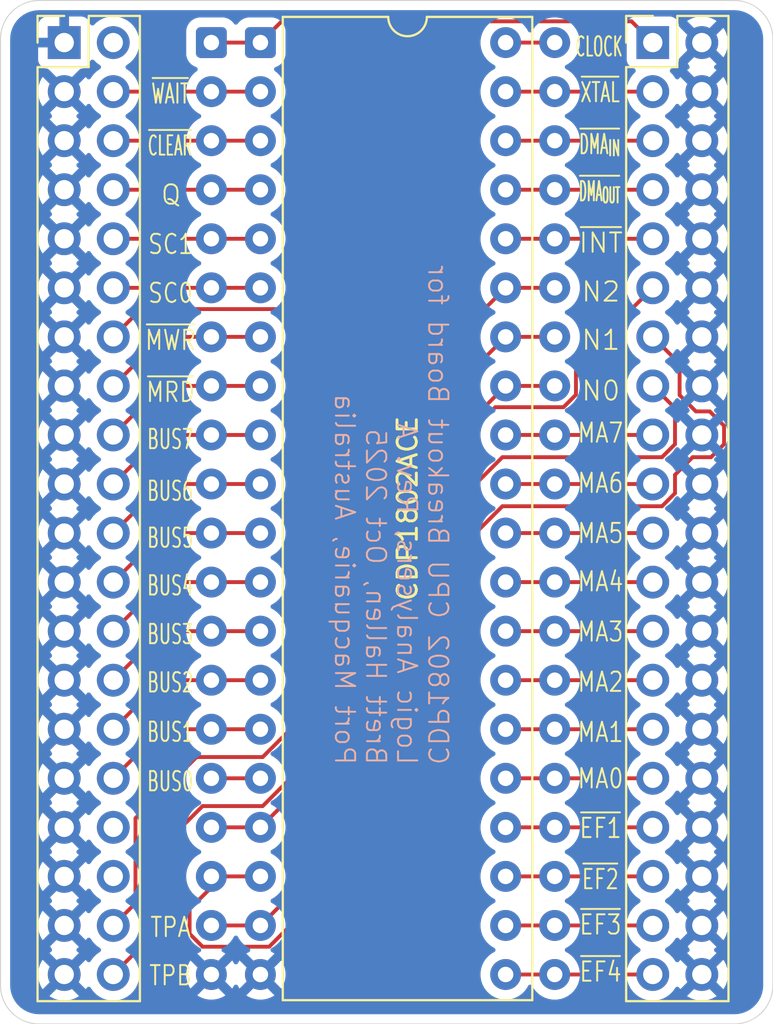
<source format=kicad_pcb>
(kicad_pcb (version 20241229) (generator "pcbnew") (generator_version "9.0")
  (title_block (title "CDP1802 CPU Breakout Board for Logic Analysers") (date "14/OCT/2025") (rev "A") (company "Brett Hallen") (comment 1 "www.youtube.com/@Brfff"))
  (layers (0 "F.Cu" signal) (2 "B.Cu" signal) (13 "F.Paste" user) (15 "B.Paste" user) (5 "F.SilkS" user "F.Silkscreen") (7 "B.SilkS" user "B.Silkscreen") (1 "F.Mask" user) (3 "B.Mask" user) (25 "Edge.Cuts" user))
  (net 0 "")
  (net 1 "MA2")
  (net 2 "MA1")
  (net 3 "MA0")
  (net 4 "MA3")
  (net 5 "MA7")
  (net 6 "MA5")
  (net 7 "MA6")
  (net 8 "MA4")
  (net 11 "~{EF4}")
  (net 12 "~{EF2}")
  (net 13 "~{EF3}")
  (net 14 "~{EF1}")
  (net 15 "GND")
  (net 16 "BUS0")
  (net 17 "BUS7")
  (net 18 "BUS1")
  (net 19 "BUS3")
  (net 20 "BUS4")
  (net 21 "BUS6")
  (net 22 "BUS2")
  (net 23 "BUS5")
  (net 24 "~{MRD}")
  (net 25 "~{WAIT}")
  (net 26 "~{MWR}")
  (net 27 "~{CLEAR}")
  (net 28 "Q")
  (net 29 "SC1")
  (net 30 "SC0")
  (net 31 "N2")
  (net 32 "N1")
  (net 33 "N0")
  (net 35 "~{DMA_{IN}}")
  (net 36 "~{XTAL}")
  (net 37 "CLOCK")
  (net 38 "~{DMA_{OUT}}")
  (net 39 "~{INT}")
  (net 40 "TPA")
  (net 41 "V_{CC}")
  (net 42 "TPB")
  (net 43 "V_{DD}")
  (footprint "Package_DIP:DIP-40_W15.24mm" (layer "F.Cu") (at 72.019 37.68195)
    (property "Reference" "J2" (hide yes))
    (property "Value" "CDP1802 Socket" (hide yes))
    (pad "1" thru_hole roundrect (at 0 0) (size 1.6 1.6) (drill 0.8) (layers "*.Cu" "*.Mask") (roundrect_rratio 0.15625) (net 37 "CLOCK"))
    (pad "2" thru_hole circle (at 0 2.54) (size 1.6 1.6) (drill 0.8) (layers "*.Cu" "*.Mask") (net 25 "~{WAIT}"))
    (pad "3" thru_hole circle (at 0 5.08) (size 1.6 1.6) (drill 0.8) (layers "*.Cu" "*.Mask") (net 27 "~{CLEAR}"))
    (pad "4" thru_hole circle (at 0 7.62) (size 1.6 1.6) (drill 0.8) (layers "*.Cu" "*.Mask") (net 28 "Q"))
    (pad "5" thru_hole circle (at 0 10.16) (size 1.6 1.6) (drill 0.8) (layers "*.Cu" "*.Mask") (net 29 "SC1"))
    (pad "6" thru_hole circle (at 0 12.7) (size 1.6 1.6) (drill 0.8) (layers "*.Cu" "*.Mask") (net 30 "SC0"))
    (pad "7" thru_hole circle (at 0 15.24) (size 1.6 1.6) (drill 0.8) (layers "*.Cu" "*.Mask") (net 24 "~{MRD}"))
    (pad "8" thru_hole circle (at 0 17.78) (size 1.6 1.6) (drill 0.8) (layers "*.Cu" "*.Mask") (net 17 "BUS7"))
    (pad "9" thru_hole circle (at 0 20.32) (size 1.6 1.6) (drill 0.8) (layers "*.Cu" "*.Mask") (net 21 "BUS6"))
    (pad "10" thru_hole circle (at 0 22.86) (size 1.6 1.6) (drill 0.8) (layers "*.Cu" "*.Mask") (net 23 "BUS5"))
    (pad "11" thru_hole circle (at 0 25.4) (size 1.6 1.6) (drill 0.8) (layers "*.Cu" "*.Mask") (net 20 "BUS4"))
    (pad "12" thru_hole circle (at 0 27.94) (size 1.6 1.6) (drill 0.8) (layers "*.Cu" "*.Mask") (net 19 "BUS3"))
    (pad "13" thru_hole circle (at 0 30.48) (size 1.6 1.6) (drill 0.8) (layers "*.Cu" "*.Mask") (net 22 "BUS2"))
    (pad "14" thru_hole circle (at 0 33.02) (size 1.6 1.6) (drill 0.8) (layers "*.Cu" "*.Mask") (net 18 "BUS1"))
    (pad "15" thru_hole circle (at 0 35.56) (size 1.6 1.6) (drill 0.8) (layers "*.Cu" "*.Mask") (net 16 "BUS0"))
    (pad "16" thru_hole circle (at 0 38.1) (size 1.6 1.6) (drill 0.8) (layers "*.Cu" "*.Mask") (net 41 "V_{CC}"))
    (pad "17" thru_hole circle (at 0 40.64) (size 1.6 1.6) (drill 0.8) (layers "*.Cu" "*.Mask") (net 31 "N2"))
    (pad "18" thru_hole circle (at 0 43.18) (size 1.6 1.6) (drill 0.8) (layers "*.Cu" "*.Mask") (net 32 "N1"))
    (pad "19" thru_hole circle (at 0 45.72) (size 1.6 1.6) (drill 0.8) (layers "*.Cu" "*.Mask") (net 33 "N0"))
    (pad "20" thru_hole circle (at 0 48.26) (size 1.6 1.6) (drill 0.8) (layers "*.Cu" "*.Mask") (net 15 "GND"))
    (pad "21" thru_hole circle (at 15.24 48.26) (size 1.6 1.6) (drill 0.8) (layers "*.Cu" "*.Mask") (net 11 "~{EF4}"))
    (pad "22" thru_hole circle (at 15.24 45.72) (size 1.6 1.6) (drill 0.8) (layers "*.Cu" "*.Mask") (net 13 "~{EF3}"))
    (pad "23" thru_hole circle (at 15.24 43.18) (size 1.6 1.6) (drill 0.8) (layers "*.Cu" "*.Mask") (net 12 "~{EF2}"))
    (pad "24" thru_hole circle (at 15.24 40.64) (size 1.6 1.6) (drill 0.8) (layers "*.Cu" "*.Mask") (net 14 "~{EF1}"))
    (pad "25" thru_hole circle (at 15.24 38.1) (size 1.6 1.6) (drill 0.8) (layers "*.Cu" "*.Mask") (net 3 "MA0"))
    (pad "26" thru_hole circle (at 15.24 35.56) (size 1.6 1.6) (drill 0.8) (layers "*.Cu" "*.Mask") (net 2 "MA1"))
    (pad "27" thru_hole circle (at 15.24 33.02) (size 1.6 1.6) (drill 0.8) (layers "*.Cu" "*.Mask") (net 1 "MA2"))
    (pad "28" thru_hole circle (at 15.24 30.48) (size 1.6 1.6) (drill 0.8) (layers "*.Cu" "*.Mask") (net 4 "MA3"))
    (pad "29" thru_hole circle (at 15.24 27.94) (size 1.6 1.6) (drill 0.8) (layers "*.Cu" "*.Mask") (net 8 "MA4"))
    (pad "30" thru_hole circle (at 15.24 25.4) (size 1.6 1.6) (drill 0.8) (layers "*.Cu" "*.Mask") (net 6 "MA5"))
    (pad "31" thru_hole circle (at 15.24 22.86) (size 1.6 1.6) (drill 0.8) (layers "*.Cu" "*.Mask") (net 7 "MA6"))
    (pad "32" thru_hole circle (at 15.24 20.32) (size 1.6 1.6) (drill 0.8) (layers "*.Cu" "*.Mask") (net 5 "MA7"))
    (pad "33" thru_hole circle (at 15.24 17.78) (size 1.6 1.6) (drill 0.8) (layers "*.Cu" "*.Mask") (net 42 "TPB"))
    (pad "34" thru_hole circle (at 15.24 15.24) (size 1.6 1.6) (drill 0.8) (layers "*.Cu" "*.Mask") (net 40 "TPA"))
    (pad "35" thru_hole circle (at 15.24 12.7) (size 1.6 1.6) (drill 0.8) (layers "*.Cu" "*.Mask") (net 26 "~{MWR}"))
    (pad "36" thru_hole circle (at 15.24 10.16) (size 1.6 1.6) (drill 0.8) (layers "*.Cu" "*.Mask") (net 39 "~{INT}"))
    (pad "37" thru_hole circle (at 15.24 7.62) (size 1.6 1.6) (drill 0.8) (layers "*.Cu" "*.Mask") (net 38 "~{DMA_{OUT}}"))
    (pad "38" thru_hole circle (at 15.24 5.08) (size 1.6 1.6) (drill 0.8) (layers "*.Cu" "*.Mask") (net 35 "~{DMA_{IN}}"))
    (pad "39" thru_hole circle (at 15.24 2.54) (size 1.6 1.6) (drill 0.8) (layers "*.Cu" "*.Mask") (net 36 "~{XTAL}"))
    (pad "40" thru_hole circle (at 15.24 0) (size 1.6 1.6) (drill 0.8) (layers "*.Cu" "*.Mask") (net 43 "V_{DD}"))
  )
  (footprint "Connector_PinHeader_2.54mm:PinHeader_2x20_P2.54mm_Vertical" (layer "F.Cu") (at 64.399 37.68195)
    (property "Reference" "J3" (hide yes))
    (property "Value" "Logic Analyser #2" (hide yes))
    (fp_line (start -1.38 -1.38) (end 0 -1.38) (stroke (width 0.12)) (layer "F.SilkS"))
    (fp_line (start -1.38 0) (end -1.38 -1.38) (stroke (width 0.12)) (layer "F.SilkS"))
    (fp_line (start -1.38 1.27) (end -1.38 49.64) (stroke (width 0.12)) (layer "F.SilkS"))
    (fp_line (start -1.38 1.27) (end 1.27 1.27) (stroke (width 0.12)) (layer "F.SilkS"))
    (fp_line (start -1.38 49.64) (end 3.92 49.64) (stroke (width 0.12)) (layer "F.SilkS"))
    (fp_line (start 1.27 -1.38) (end 3.92 -1.38) (stroke (width 0.12)) (layer "F.SilkS"))
    (fp_line (start 1.27 1.27) (end 1.27 -1.38) (stroke (width 0.12)) (layer "F.SilkS"))
    (fp_line (start 3.92 -1.38) (end 3.92 49.64) (stroke (width 0.12)) (layer "F.SilkS"))
    (pad "1" thru_hole rect (at 0 0) (size 1.7 1.7) (drill 1) (layers "*.Cu" "*.Mask") (net 15 "GND"))
    (pad "2" thru_hole circle (at 2.54 0) (size 1.7 1.7) (drill 1) (layers "*.Cu" "*.Mask"))
    (pad "3" thru_hole circle (at 0 2.54) (size 1.7 1.7) (drill 1) (layers "*.Cu" "*.Mask") (net 15 "GND"))
    (pad "4" thru_hole circle (at 2.54 2.54) (size 1.7 1.7) (drill 1) (layers "*.Cu" "*.Mask") (net 25 "~{WAIT}"))
    (pad "5" thru_hole circle (at 0 5.08) (size 1.7 1.7) (drill 1) (layers "*.Cu" "*.Mask") (net 15 "GND"))
    (pad "6" thru_hole circle (at 2.54 5.08) (size 1.7 1.7) (drill 1) (layers "*.Cu" "*.Mask") (net 27 "~{CLEAR}"))
    (pad "7" thru_hole circle (at 0 7.62) (size 1.7 1.7) (drill 1) (layers "*.Cu" "*.Mask") (net 15 "GND"))
    (pad "8" thru_hole circle (at 2.54 7.62) (size 1.7 1.7) (drill 1) (layers "*.Cu" "*.Mask") (net 28 "Q"))
    (pad "9" thru_hole circle (at 0 10.16) (size 1.7 1.7) (drill 1) (layers "*.Cu" "*.Mask") (net 15 "GND"))
    (pad "10" thru_hole circle (at 2.54 10.16) (size 1.7 1.7) (drill 1) (layers "*.Cu" "*.Mask") (net 29 "SC1"))
    (pad "11" thru_hole circle (at 0 12.7) (size 1.7 1.7) (drill 1) (layers "*.Cu" "*.Mask") (net 15 "GND"))
    (pad "12" thru_hole circle (at 2.54 12.7) (size 1.7 1.7) (drill 1) (layers "*.Cu" "*.Mask") (net 30 "SC0"))
    (pad "13" thru_hole circle (at 0 15.24) (size 1.7 1.7) (drill 1) (layers "*.Cu" "*.Mask") (net 15 "GND"))
    (pad "14" thru_hole circle (at 2.54 15.24) (size 1.7 1.7) (drill 1) (layers "*.Cu" "*.Mask") (net 26 "~{MWR}"))
    (pad "15" thru_hole circle (at 0 17.78) (size 1.7 1.7) (drill 1) (layers "*.Cu" "*.Mask") (net 15 "GND"))
    (pad "16" thru_hole circle (at 2.54 17.78) (size 1.7 1.7) (drill 1) (layers "*.Cu" "*.Mask") (net 24 "~{MRD}"))
    (pad "17" thru_hole circle (at 0 20.32) (size 1.7 1.7) (drill 1) (layers "*.Cu" "*.Mask") (net 15 "GND"))
    (pad "18" thru_hole circle (at 2.54 20.32) (size 1.7 1.7) (drill 1) (layers "*.Cu" "*.Mask") (net 17 "BUS7"))
    (pad "19" thru_hole circle (at 0 22.86) (size 1.7 1.7) (drill 1) (layers "*.Cu" "*.Mask") (net 15 "GND"))
    (pad "20" thru_hole circle (at 2.54 22.86) (size 1.7 1.7) (drill 1) (layers "*.Cu" "*.Mask") (net 21 "BUS6"))
    (pad "21" thru_hole circle (at 0 25.4) (size 1.7 1.7) (drill 1) (layers "*.Cu" "*.Mask") (net 15 "GND"))
    (pad "22" thru_hole circle (at 2.54 25.4) (size 1.7 1.7) (drill 1) (layers "*.Cu" "*.Mask") (net 23 "BUS5"))
    (pad "23" thru_hole circle (at 0 27.94) (size 1.7 1.7) (drill 1) (layers "*.Cu" "*.Mask") (net 15 "GND"))
    (pad "24" thru_hole circle (at 2.54 27.94) (size 1.7 1.7) (drill 1) (layers "*.Cu" "*.Mask") (net 20 "BUS4"))
    (pad "25" thru_hole circle (at 0 30.48) (size 1.7 1.7) (drill 1) (layers "*.Cu" "*.Mask") (net 15 "GND"))
    (pad "26" thru_hole circle (at 2.54 30.48) (size 1.7 1.7) (drill 1) (layers "*.Cu" "*.Mask") (net 19 "BUS3"))
    (pad "27" thru_hole circle (at 0 33.02) (size 1.7 1.7) (drill 1) (layers "*.Cu" "*.Mask") (net 15 "GND"))
    (pad "28" thru_hole circle (at 2.54 33.02) (size 1.7 1.7) (drill 1) (layers "*.Cu" "*.Mask") (net 22 "BUS2"))
    (pad "29" thru_hole circle (at 0 35.56) (size 1.7 1.7) (drill 1) (layers "*.Cu" "*.Mask") (net 15 "GND"))
    (pad "30" thru_hole circle (at 2.54 35.56) (size 1.7 1.7) (drill 1) (layers "*.Cu" "*.Mask") (net 18 "BUS1"))
    (pad "31" thru_hole circle (at 0 38.1) (size 1.7 1.7) (drill 1) (layers "*.Cu" "*.Mask") (net 15 "GND"))
    (pad "32" thru_hole circle (at 2.54 38.1) (size 1.7 1.7) (drill 1) (layers "*.Cu" "*.Mask") (net 16 "BUS0"))
    (pad "33" thru_hole circle (at 0 40.64) (size 1.7 1.7) (drill 1) (layers "*.Cu" "*.Mask") (net 15 "GND"))
    (pad "34" thru_hole circle (at 2.54 40.64) (size 1.7 1.7) (drill 1) (layers "*.Cu" "*.Mask"))
    (pad "35" thru_hole circle (at 0 43.18) (size 1.7 1.7) (drill 1) (layers "*.Cu" "*.Mask") (net 15 "GND"))
    (pad "36" thru_hole circle (at 2.54 43.18) (size 1.7 1.7) (drill 1) (layers "*.Cu" "*.Mask"))
    (pad "37" thru_hole circle (at 0 45.72) (size 1.7 1.7) (drill 1) (layers "*.Cu" "*.Mask") (net 15 "GND"))
    (pad "38" thru_hole circle (at 2.54 45.72) (size 1.7 1.7) (drill 1) (layers "*.Cu" "*.Mask") (net 40 "TPA"))
    (pad "39" thru_hole circle (at 0 48.26) (size 1.7 1.7) (drill 1) (layers "*.Cu" "*.Mask") (net 15 "GND"))
    (pad "40" thru_hole circle (at 2.54 48.26) (size 1.7 1.7) (drill 1) (layers "*.Cu" "*.Mask") (net 42 "TPB"))
  )
  (footprint "Connector_PinHeader_2.54mm:PinHeader_2x20_P2.54mm_Vertical" (layer "F.Cu") (at 94.879 37.68195)
    (property "Reference" "J1" (hide yes))
    (property "Value" "Logic Analyser #1" (hide yes))
    (fp_line (start -1.38 -1.38) (end 0 -1.38) (stroke (width 0.12)) (layer "F.SilkS"))
    (fp_line (start -1.38 0) (end -1.38 -1.38) (stroke (width 0.12)) (layer "F.SilkS"))
    (fp_line (start -1.38 1.27) (end -1.38 49.64) (stroke (width 0.12)) (layer "F.SilkS"))
    (fp_line (start -1.38 1.27) (end 1.27 1.27) (stroke (width 0.12)) (layer "F.SilkS"))
    (fp_line (start -1.38 49.64) (end 3.92 49.64) (stroke (width 0.12)) (layer "F.SilkS"))
    (fp_line (start 1.27 -1.38) (end 3.92 -1.38) (stroke (width 0.12)) (layer "F.SilkS"))
    (fp_line (start 1.27 1.27) (end 1.27 -1.38) (stroke (width 0.12)) (layer "F.SilkS"))
    (fp_line (start 3.92 -1.38) (end 3.92 49.64) (stroke (width 0.12)) (layer "F.SilkS"))
    (pad "1" thru_hole rect (at 0 0) (size 1.7 1.7) (drill 1) (layers "*.Cu" "*.Mask") (net 37 "CLOCK"))
    (pad "2" thru_hole circle (at 2.54 0) (size 1.7 1.7) (drill 1) (layers "*.Cu" "*.Mask") (net 15 "GND"))
    (pad "3" thru_hole circle (at 0 2.54) (size 1.7 1.7) (drill 1) (layers "*.Cu" "*.Mask") (net 36 "~{XTAL}"))
    (pad "4" thru_hole circle (at 2.54 2.54) (size 1.7 1.7) (drill 1) (layers "*.Cu" "*.Mask") (net 15 "GND"))
    (pad "5" thru_hole circle (at 0 5.08) (size 1.7 1.7) (drill 1) (layers "*.Cu" "*.Mask") (net 35 "~{DMA_{IN}}"))
    (pad "6" thru_hole circle (at 2.54 5.08) (size 1.7 1.7) (drill 1) (layers "*.Cu" "*.Mask") (net 15 "GND"))
    (pad "7" thru_hole circle (at 0 7.62) (size 1.7 1.7) (drill 1) (layers "*.Cu" "*.Mask") (net 38 "~{DMA_{OUT}}"))
    (pad "8" thru_hole circle (at 2.54 7.62) (size 1.7 1.7) (drill 1) (layers "*.Cu" "*.Mask") (net 15 "GND"))
    (pad "9" thru_hole circle (at 0 10.16) (size 1.7 1.7) (drill 1) (layers "*.Cu" "*.Mask") (net 39 "~{INT}"))
    (pad "10" thru_hole circle (at 2.54 10.16) (size 1.7 1.7) (drill 1) (layers "*.Cu" "*.Mask") (net 15 "GND"))
    (pad "11" thru_hole circle (at 0 12.7) (size 1.7 1.7) (drill 1) (layers "*.Cu" "*.Mask") (net 31 "N2"))
    (pad "12" thru_hole circle (at 2.54 12.7) (size 1.7 1.7) (drill 1) (layers "*.Cu" "*.Mask") (net 15 "GND"))
    (pad "13" thru_hole circle (at 0 15.24) (size 1.7 1.7) (drill 1) (layers "*.Cu" "*.Mask") (net 32 "N1"))
    (pad "14" thru_hole circle (at 2.54 15.24) (size 1.7 1.7) (drill 1) (layers "*.Cu" "*.Mask") (net 15 "GND"))
    (pad "15" thru_hole circle (at 0 17.78) (size 1.7 1.7) (drill 1) (layers "*.Cu" "*.Mask") (net 33 "N0"))
    (pad "16" thru_hole circle (at 2.54 17.78) (size 1.7 1.7) (drill 1) (layers "*.Cu" "*.Mask") (net 15 "GND"))
    (pad "17" thru_hole circle (at 0 20.32) (size 1.7 1.7) (drill 1) (layers "*.Cu" "*.Mask") (net 5 "MA7"))
    (pad "18" thru_hole circle (at 2.54 20.32) (size 1.7 1.7) (drill 1) (layers "*.Cu" "*.Mask") (net 15 "GND"))
    (pad "19" thru_hole circle (at 0 22.86) (size 1.7 1.7) (drill 1) (layers "*.Cu" "*.Mask") (net 7 "MA6"))
    (pad "20" thru_hole circle (at 2.54 22.86) (size 1.7 1.7) (drill 1) (layers "*.Cu" "*.Mask") (net 15 "GND"))
    (pad "21" thru_hole circle (at 0 25.4) (size 1.7 1.7) (drill 1) (layers "*.Cu" "*.Mask") (net 6 "MA5"))
    (pad "22" thru_hole circle (at 2.54 25.4) (size 1.7 1.7) (drill 1) (layers "*.Cu" "*.Mask") (net 15 "GND"))
    (pad "23" thru_hole circle (at 0 27.94) (size 1.7 1.7) (drill 1) (layers "*.Cu" "*.Mask") (net 8 "MA4"))
    (pad "24" thru_hole circle (at 2.54 27.94) (size 1.7 1.7) (drill 1) (layers "*.Cu" "*.Mask") (net 15 "GND"))
    (pad "25" thru_hole circle (at 0 30.48) (size 1.7 1.7) (drill 1) (layers "*.Cu" "*.Mask") (net 4 "MA3"))
    (pad "26" thru_hole circle (at 2.54 30.48) (size 1.7 1.7) (drill 1) (layers "*.Cu" "*.Mask") (net 15 "GND"))
    (pad "27" thru_hole circle (at 0 33.02) (size 1.7 1.7) (drill 1) (layers "*.Cu" "*.Mask") (net 1 "MA2"))
    (pad "28" thru_hole circle (at 2.54 33.02) (size 1.7 1.7) (drill 1) (layers "*.Cu" "*.Mask") (net 15 "GND"))
    (pad "29" thru_hole circle (at 0 35.56) (size 1.7 1.7) (drill 1) (layers "*.Cu" "*.Mask") (net 2 "MA1"))
    (pad "30" thru_hole circle (at 2.54 35.56) (size 1.7 1.7) (drill 1) (layers "*.Cu" "*.Mask") (net 15 "GND"))
    (pad "31" thru_hole circle (at 0 38.1) (size 1.7 1.7) (drill 1) (layers "*.Cu" "*.Mask") (net 3 "MA0"))
    (pad "32" thru_hole circle (at 2.54 38.1) (size 1.7 1.7) (drill 1) (layers "*.Cu" "*.Mask") (net 15 "GND"))
    (pad "33" thru_hole circle (at 0 40.64) (size 1.7 1.7) (drill 1) (layers "*.Cu" "*.Mask") (net 14 "~{EF1}"))
    (pad "34" thru_hole circle (at 2.54 40.64) (size 1.7 1.7) (drill 1) (layers "*.Cu" "*.Mask") (net 15 "GND"))
    (pad "35" thru_hole circle (at 0 43.18) (size 1.7 1.7) (drill 1) (layers "*.Cu" "*.Mask") (net 12 "~{EF2}"))
    (pad "36" thru_hole circle (at 2.54 43.18) (size 1.7 1.7) (drill 1) (layers "*.Cu" "*.Mask") (net 15 "GND"))
    (pad "37" thru_hole circle (at 0 45.72) (size 1.7 1.7) (drill 1) (layers "*.Cu" "*.Mask") (net 13 "~{EF3}"))
    (pad "38" thru_hole circle (at 2.54 45.72) (size 1.7 1.7) (drill 1) (layers "*.Cu" "*.Mask") (net 15 "GND"))
    (pad "39" thru_hole circle (at 0 48.26) (size 1.7 1.7) (drill 1) (layers "*.Cu" "*.Mask") (net 11 "~{EF4}"))
    (pad "40" thru_hole circle (at 2.54 48.26) (size 1.7 1.7) (drill 1) (layers "*.Cu" "*.Mask") (net 15 "GND"))
  )
  (footprint "Package_DIP:DIP-40_W15.24mm" (layer "F.Cu") (at 74.559 37.68195)
    (property "Reference" "U1" (hide yes))
    (property "Value" "CDP1802ACE" (at 7.62 24.125 90) (layer "F.SilkS"))
    (fp_line (start 1.16 -1.33) (end 1.16 49.59) (stroke (width 0.12)) (layer "F.SilkS"))
    (fp_line (start 1.16 49.59) (end 14.08 49.59) (stroke (width 0.12)) (layer "F.SilkS"))
    (fp_line (start 6.62 -1.33) (end 1.16 -1.33) (stroke (width 0.12)) (layer "F.SilkS"))
    (fp_line (start 14.08 -1.33) (end 8.62 -1.33) (stroke (width 0.12)) (layer "F.SilkS"))
    (fp_line (start 14.08 49.59) (end 14.08 -1.33) (stroke (width 0.12)) (layer "F.SilkS"))
    (fp_arc (start 8.62 -1.33) (mid 7.62 -0.33) (end 6.62 -1.33) (stroke (width 0.12)) (layer "F.SilkS"))
    (pad "1" thru_hole roundrect (at 0 0) (size 1.6 1.6) (drill 0.8) (layers "*.Cu" "*.Mask") (roundrect_rratio 0.15625) (net 37 "CLOCK"))
    (pad "2" thru_hole circle (at 0 2.54) (size 1.6 1.6) (drill 0.8) (layers "*.Cu" "*.Mask") (net 25 "~{WAIT}"))
    (pad "3" thru_hole circle (at 0 5.08) (size 1.6 1.6) (drill 0.8) (layers "*.Cu" "*.Mask") (net 27 "~{CLEAR}"))
    (pad "4" thru_hole circle (at 0 7.62) (size 1.6 1.6) (drill 0.8) (layers "*.Cu" "*.Mask") (net 28 "Q"))
    (pad "5" thru_hole circle (at 0 10.16) (size 1.6 1.6) (drill 0.8) (layers "*.Cu" "*.Mask") (net 29 "SC1"))
    (pad "6" thru_hole circle (at 0 12.7) (size 1.6 1.6) (drill 0.8) (layers "*.Cu" "*.Mask") (net 30 "SC0"))
    (pad "7" thru_hole circle (at 0 15.24) (size 1.6 1.6) (drill 0.8) (layers "*.Cu" "*.Mask") (net 24 "~{MRD}"))
    (pad "8" thru_hole circle (at 0 17.78) (size 1.6 1.6) (drill 0.8) (layers "*.Cu" "*.Mask") (net 17 "BUS7"))
    (pad "9" thru_hole circle (at 0 20.32) (size 1.6 1.6) (drill 0.8) (layers "*.Cu" "*.Mask") (net 21 "BUS6"))
    (pad "10" thru_hole circle (at 0 22.86) (size 1.6 1.6) (drill 0.8) (layers "*.Cu" "*.Mask") (net 23 "BUS5"))
    (pad "11" thru_hole circle (at 0 25.4) (size 1.6 1.6) (drill 0.8) (layers "*.Cu" "*.Mask") (net 20 "BUS4"))
    (pad "12" thru_hole circle (at 0 27.94) (size 1.6 1.6) (drill 0.8) (layers "*.Cu" "*.Mask") (net 19 "BUS3"))
    (pad "13" thru_hole circle (at 0 30.48) (size 1.6 1.6) (drill 0.8) (layers "*.Cu" "*.Mask") (net 22 "BUS2"))
    (pad "14" thru_hole circle (at 0 33.02) (size 1.6 1.6) (drill 0.8) (layers "*.Cu" "*.Mask") (net 18 "BUS1"))
    (pad "15" thru_hole circle (at 0 35.56) (size 1.6 1.6) (drill 0.8) (layers "*.Cu" "*.Mask") (net 16 "BUS0"))
    (pad "16" thru_hole circle (at 0 38.1) (size 1.6 1.6) (drill 0.8) (layers "*.Cu" "*.Mask") (net 41 "V_{CC}"))
    (pad "17" thru_hole circle (at 0 40.64) (size 1.6 1.6) (drill 0.8) (layers "*.Cu" "*.Mask") (net 31 "N2"))
    (pad "18" thru_hole circle (at 0 43.18) (size 1.6 1.6) (drill 0.8) (layers "*.Cu" "*.Mask") (net 32 "N1"))
    (pad "19" thru_hole circle (at 0 45.72) (size 1.6 1.6) (drill 0.8) (layers "*.Cu" "*.Mask") (net 33 "N0"))
    (pad "20" thru_hole circle (at 0 48.26) (size 1.6 1.6) (drill 0.8) (layers "*.Cu" "*.Mask") (net 15 "GND"))
    (pad "21" thru_hole circle (at 15.24 48.26) (size 1.6 1.6) (drill 0.8) (layers "*.Cu" "*.Mask") (net 11 "~{EF4}"))
    (pad "22" thru_hole circle (at 15.24 45.72) (size 1.6 1.6) (drill 0.8) (layers "*.Cu" "*.Mask") (net 13 "~{EF3}"))
    (pad "23" thru_hole circle (at 15.24 43.18) (size 1.6 1.6) (drill 0.8) (layers "*.Cu" "*.Mask") (net 12 "~{EF2}"))
    (pad "24" thru_hole circle (at 15.24 40.64) (size 1.6 1.6) (drill 0.8) (layers "*.Cu" "*.Mask") (net 14 "~{EF1}"))
    (pad "25" thru_hole circle (at 15.24 38.1) (size 1.6 1.6) (drill 0.8) (layers "*.Cu" "*.Mask") (net 3 "MA0"))
    (pad "26" thru_hole circle (at 15.24 35.56) (size 1.6 1.6) (drill 0.8) (layers "*.Cu" "*.Mask") (net 2 "MA1"))
    (pad "27" thru_hole circle (at 15.24 33.02) (size 1.6 1.6) (drill 0.8) (layers "*.Cu" "*.Mask") (net 1 "MA2"))
    (pad "28" thru_hole circle (at 15.24 30.48) (size 1.6 1.6) (drill 0.8) (layers "*.Cu" "*.Mask") (net 4 "MA3"))
    (pad "29" thru_hole circle (at 15.24 27.94) (size 1.6 1.6) (drill 0.8) (layers "*.Cu" "*.Mask") (net 8 "MA4"))
    (pad "30" thru_hole circle (at 15.24 25.4) (size 1.6 1.6) (drill 0.8) (layers "*.Cu" "*.Mask") (net 6 "MA5"))
    (pad "31" thru_hole circle (at 15.24 22.86) (size 1.6 1.6) (drill 0.8) (layers "*.Cu" "*.Mask") (net 7 "MA6"))
    (pad "32" thru_hole circle (at 15.24 20.32) (size 1.6 1.6) (drill 0.8) (layers "*.Cu" "*.Mask") (net 5 "MA7"))
    (pad "33" thru_hole circle (at 15.24 17.78) (size 1.6 1.6) (drill 0.8) (layers "*.Cu" "*.Mask") (net 42 "TPB"))
    (pad "34" thru_hole circle (at 15.24 15.24) (size 1.6 1.6) (drill 0.8) (layers "*.Cu" "*.Mask") (net 40 "TPA"))
    (pad "35" thru_hole circle (at 15.24 12.7) (size 1.6 1.6) (drill 0.8) (layers "*.Cu" "*.Mask") (net 26 "~{MWR}"))
    (pad "36" thru_hole circle (at 15.24 10.16) (size 1.6 1.6) (drill 0.8) (layers "*.Cu" "*.Mask") (net 39 "~{INT}"))
    (pad "37" thru_hole circle (at 15.24 7.62) (size 1.6 1.6) (drill 0.8) (layers "*.Cu" "*.Mask") (net 38 "~{DMA_{OUT}}"))
    (pad "38" thru_hole circle (at 15.24 5.08) (size 1.6 1.6) (drill 0.8) (layers "*.Cu" "*.Mask") (net 35 "~{DMA_{IN}}"))
    (pad "39" thru_hole circle (at 15.24 2.54) (size 1.6 1.6) (drill 0.8) (layers "*.Cu" "*.Mask") (net 36 "~{XTAL}"))
    (pad "40" thru_hole circle (at 15.24 0) (size 1.6 1.6) (drill 0.8) (layers "*.Cu" "*.Mask") (net 43 "V_{DD}"))
  )
  (gr_line (start 63.099 35.50195) (end 99.099 35.50195) (stroke (width 0.05)) (layer "Edge.Cuts"))
  (gr_arc (start 99.099 35.50195) (mid 100.513214 36.087736) (end 101.099 37.50195) (stroke (width 0.05)) (layer "Edge.Cuts"))
  (gr_arc (start 63.099 88.50195) (mid 61.684786 87.916164) (end 61.099 86.50195) (stroke (width 0.05)) (layer "Edge.Cuts"))
  (gr_line (start 101.099 37.50195) (end 101.099 86.50195) (stroke (width 0.05)) (layer "Edge.Cuts"))
  (gr_arc (start 61.099 37.50195) (mid 61.684786 36.087736) (end 63.099 35.50195) (stroke (width 0.05)) (layer "Edge.Cuts"))
  (gr_arc (start 101.099 86.50195) (mid 100.513214 87.916164) (end 99.099 88.50195) (stroke (width 0.05)) (layer "Edge.Cuts"))
  (gr_line (start 99.099 88.50195) (end 63.099 88.50195) (stroke (width 0.05)) (layer "Edge.Cuts"))
  (gr_line (start 61.099 86.50195) (end 61.099 37.50195) (stroke (width 0.05)) (layer "Edge.Cuts"))
  (gr_text "~{WAIT}" (at 68.852334 40.92195 0) (layer "F.SilkS") (effects (font (size 1 0.6) (thickness 0.1)) (justify left bottom)))
  (gr_text "~{DMA_{IN}}" (at 91.010428 43.54195 0) (layer "F.SilkS") (effects (font (size 1 0.5) (thickness 0.1)) (justify left bottom)))
  (gr_text "MA0" (at 90.924238 76.38195 0) (layer "F.SilkS") (effects (font (size 1 0.8) (thickness 0.1)) (justify left bottom)))
  (gr_text "MA2" (at 90.924238 71.38195 0) (layer "F.SilkS") (effects (font (size 1 0.8) (thickness 0.1)) (justify left bottom)))
  (gr_text "MA5" (at 90.924238 63.68195 0) (layer "F.SilkS") (effects (font (size 1 0.8) (thickness 0.1)) (justify left bottom)))
  (gr_text "BUS7" (at 68.638048 58.81195 0) (layer "F.SilkS") (effects (font (size 1 0.6) (thickness 0.1)) (justify left bottom)))
  (gr_text "MA1" (at 90.924238 73.98195 0) (layer "F.SilkS") (effects (font (size 1 0.8) (thickness 0.1)) (justify left bottom)))
  (gr_text "BUS2" (at 68.638048 71.41195 0) (layer "F.SilkS") (effects (font (size 1 0.6) (thickness 0.1)) (justify left bottom)))
  (gr_text "~{EF1}" (at 91.019476 78.95195 0) (layer "F.SilkS") (effects (font (size 1 0.8) (thickness 0.1)) (justify left bottom)))
  (gr_text "SC1" (at 68.681857 48.71195 0) (layer "F.SilkS") (effects (font (size 1 0.8) (thickness 0.1)) (justify left bottom)))
  (gr_text "MA6" (at 90.924238 61.08195 0) (layer "F.SilkS") (effects (font (size 1 0.8) (thickness 0.1)) (justify left bottom)))
  (gr_text "N2" (at 91.12519 51.17195 0) (layer "F.SilkS") (effects (font (size 1 1) (thickness 0.1)) (justify left bottom)))
  (gr_text "N0" (at 91.12519 56.30195 0) (layer "F.SilkS") (effects (font (size 1 1) (thickness 0.1)) (justify left bottom)))
  (gr_text "MA3" (at 90.924238 68.78195 0) (layer "F.SilkS") (effects (font (size 1 0.8) (thickness 0.1)) (justify left bottom)))
  (gr_text "MA4" (at 90.924238 66.18195 0) (layer "F.SilkS") (effects (font (size 1 0.8) (thickness 0.1)) (justify left bottom)))
  (gr_text "~{MRD}" (at 68.586619 56.37195 0) (layer "F.SilkS") (effects (font (size 1 0.8) (thickness 0.1)) (justify left bottom)))
  (gr_text "MA7" (at 90.924238 58.48195 0) (layer "F.SilkS") (effects (font (size 1 0.8) (thickness 0.1)) (justify left bottom)))
  (gr_text "BUS0" (at 68.638048 76.53195 0) (layer "F.SilkS") (effects (font (size 1 0.6) (thickness 0.1)) (justify left bottom)))
  (gr_text "N1" (at 91.12519 53.67195 0) (layer "F.SilkS") (effects (font (size 1 1) (thickness 0.1)) (justify left bottom)))
  (gr_text "~{MWR}" (at 68.529476 53.68195 0) (layer "F.SilkS") (effects (font (size 1 0.8) (thickness 0.1)) (justify left bottom)))
  (gr_text "BUS1" (at 68.638048 73.97195 0) (layer "F.SilkS") (effects (font (size 1 0.6) (thickness 0.1)) (justify left bottom)))
  (gr_text "~{EF4}" (at 91.019476 86.39195 0) (layer "F.SilkS") (effects (font (size 1 0.8) (thickness 0.1)) (justify left bottom)))
  (gr_text "TPB" (at 68.739 86.58195 0) (layer "F.SilkS") (effects (font (size 1 0.8) (thickness 0.1)) (justify left bottom)))
  (gr_text "BUS6" (at 68.638048 61.49195 0) (layer "F.SilkS") (effects (font (size 1 0.6) (thickness 0.1)) (justify left bottom)))
  (gr_text "SC0" (at 68.681857 51.24195 0) (layer "F.SilkS") (effects (font (size 1 0.8) (thickness 0.1)) (justify left bottom)))
  (gr_text "Q" (at 69.339953 46.15195 0) (layer "F.SilkS") (effects (font (size 1 1) (thickness 0.1)) (justify left bottom)))
  (gr_text "BUS3" (at 68.638048 68.91195 0) (layer "F.SilkS") (effects (font (size 1 0.6) (thickness 0.1)) (justify left bottom)))
  (gr_text "~{EF2}" (at 91.14519 81.60195 0) (layer "F.SilkS") (effects (font (size 1 0.7) (thickness 0.1)) (justify left bottom)))
  (gr_text "~{EF3}" (at 91.019476 83.95195 0) (layer "F.SilkS") (effects (font (size 1 0.8) (thickness 0.1)) (justify left bottom)))
  (gr_text "BUS4" (at 68.638048 66.39195 0) (layer "F.SilkS") (effects (font (size 1 0.6) (thickness 0.1)) (justify left bottom)))
  (gr_text "TPA" (at 68.796143 84.08195 0) (layer "F.SilkS") (effects (font (size 1 0.8) (thickness 0.1)) (justify left bottom)))
  (gr_text "BUS5" (at 68.638048 63.92195 0) (layer "F.SilkS") (effects (font (size 1 0.6) (thickness 0.1)) (justify left bottom)))
  (gr_text "~{XTAL}" (at 91.070904 40.85195 0) (layer "F.SilkS") (effects (font (size 1 0.6) (thickness 0.1)) (justify left bottom)))
  (gr_text "CLOCK" (at 90.819 38.48195 0) (layer "F.SilkS") (effects (font (size 1 0.5) (thickness 0.1)) (justify left bottom)))
  (gr_text "~{INT}" (at 90.982333 48.64195 0) (layer "F.SilkS") (effects (font (size 1 1) (thickness 0.1)) (justify left bottom)))
  (gr_text "~{DMA_{OUT}}" (at 91.000047 45.98195 0) (layer "F.SilkS") (effects (font (size 1 0.4) (thickness 0.1)) (justify left bottom)))
  (gr_text "~{CLEAR}" (at 68.670905 43.61195 0) (layer "F.SilkS") (effects (font (size 1 0.5) (thickness 0.1)) (justify left bottom)))
  (gr_text "CDP1802 CPU Breakout Board for\nLogic Analysers, Rev. A\nBrett Hallen, Oct 2025\nPort Macquarie, Australia" (at 78.339 75.16195 270) (layer "B.SilkS") (effects (font (size 1 1) (thickness 0.1)) (justify left bottom mirror)))
  (segment (start 87.259 70.70195) (end 94.879 70.70195) (width 0.2) (layer "F.Cu") (net 1))
  (segment (start 87.259 73.24195) (end 94.879 73.24195) (width 0.2) (layer "F.Cu") (net 2))
  (segment (start 87.259 75.78195) (end 94.879 75.78195) (width 0.2) (layer "F.Cu") (net 3))
  (segment (start 87.259 68.16195) (end 94.879 68.16195) (width 0.2) (layer "F.Cu") (net 4))
  (segment (start 87.259 58.00195) (end 94.879 58.00195) (width 0.2) (layer "F.Cu") (net 5))
  (segment (start 87.259 63.08195) (end 94.879 63.08195) (width 0.2) (layer "F.Cu") (net 6))
  (segment (start 87.259 60.54195) (end 94.879 60.54195) (width 0.2) (layer "F.Cu") (net 7))
  (segment (start 87.259 65.62195) (end 94.879 65.62195) (width 0.2) (layer "F.Cu") (net 8))
  (segment (start 87.259 85.94195) (end 94.879 85.94195) (width 0.2) (layer "F.Cu") (net 11))
  (segment (start 87.259 80.86195) (end 94.879 80.86195) (width 0.2) (layer "F.Cu") (net 12))
  (segment (start 87.259 83.40195) (end 94.879 83.40195) (width 0.2) (layer "F.Cu") (net 13))
  (segment (start 87.259 78.32195) (end 94.879 78.32195) (width 0.2) (layer "F.Cu") (net 14))
  (segment (start 69.479 73.24195) (end 66.939 75.78195) (width 0.2) (layer "F.Cu") (net 16))
  (segment (start 74.559 73.24195) (end 69.479 73.24195) (width 0.2) (layer "F.Cu") (net 16))
  (segment (start 74.559 55.46195) (end 69.479 55.46195) (width 0.2) (layer "F.Cu") (net 17))
  (segment (start 69.479 55.46195) (end 66.939 58.00195) (width 0.2) (layer "F.Cu") (net 17))
  (segment (start 69.479 70.70195) (end 66.939 73.24195) (width 0.2) (layer "F.Cu") (net 18))
  (segment (start 74.559 70.70195) (end 69.479 70.70195) (width 0.2) (layer "F.Cu") (net 18))
  (segment (start 74.559 65.62195) (end 69.479 65.62195) (width 0.2) (layer "F.Cu") (net 19))
  (segment (start 69.479 65.62195) (end 66.939 68.16195) (width 0.2) (layer "F.Cu") (net 19))
  (segment (start 74.559 63.08195) (end 69.479 63.08195) (width 0.2) (layer "F.Cu") (net 20))
  (segment (start 69.479 63.08195) (end 66.939 65.62195) (width 0.2) (layer "F.Cu") (net 20))
  (segment (start 69.479 58.00195) (end 66.939 60.54195) (width 0.2) (layer "F.Cu") (net 21))
  (segment (start 74.559 58.00195) (end 69.479 58.00195) (width 0.2) (layer "F.Cu") (net 21))
  (segment (start 69.479 68.16195) (end 66.939 70.70195) (width 0.2) (layer "F.Cu") (net 22))
  (segment (start 74.559 68.16195) (end 69.479 68.16195) (width 0.2) (layer "F.Cu") (net 22))
  (segment (start 69.479 60.54195) (end 66.939 63.08195) (width 0.2) (layer "F.Cu") (net 23))
  (segment (start 74.559 60.54195) (end 69.479 60.54195) (width 0.2) (layer "F.Cu") (net 23))
  (segment (start 69.479 52.92195) (end 66.939 55.46195) (width 0.2) (layer "F.Cu") (net 24))
  (segment (start 74.559 52.92195) (end 69.479 52.92195) (width 0.2) (layer "F.Cu") (net 24))
  (segment (start 74.559 40.22195) (end 66.939 40.22195) (width 0.2) (layer "F.Cu") (net 25))
  (segment (start 68.378 51.48295) (end 66.939 52.92195) (width 0.2) (layer "F.Cu") (net 26))
  (segment (start 87.259 50.38195) (end 86.158 51.48295) (width 0.2) (layer "F.Cu") (net 26))
  (segment (start 89.799 50.38195) (end 87.259 50.38195) (width 0.2) (layer "F.Cu") (net 26))
  (segment (start 86.158 51.48295) (end 68.378 51.48295) (width 0.2) (layer "F.Cu") (net 26))
  (segment (start 74.559 42.76195) (end 66.939 42.76195) (width 0.2) (layer "F.Cu") (net 27))
  (segment (start 74.559 45.30195) (end 66.939 45.30195) (width 0.2) (layer "F.Cu") (net 28))
  (segment (start 74.559 47.84195) (end 66.939 47.84195) (width 0.2) (layer "F.Cu") (net 29))
  (segment (start 74.559 50.38195) (end 66.939 50.38195) (width 0.2) (layer "F.Cu") (net 30))
  (segment (start 90.25505 56.56295) (end 86.7251 56.56295) (width 0.2) (layer "F.Cu") (net 31))
  (segment (start 78.62 64.66805) (end 78.62 74.26095) (width 0.2) (layer "F.Cu") (net 31))
  (segment (start 90.9 54.36095) (end 90.9 55.918) (width 0.2) (layer "F.Cu") (net 31))
  (segment (start 86.7251 56.56295) (end 78.62 64.66805) (width 0.2) (layer "F.Cu") (net 31))
  (segment (start 78.62 74.26095) (end 74.559 78.32195) (width 0.2) (layer "F.Cu") (net 31))
  (segment (start 72.019 78.32195) (end 74.559 78.32195) (width 0.2) (layer "F.Cu") (net 31))
  (segment (start 90.9 55.918) (end 90.25505 56.56295) (width 0.2) (layer "F.Cu") (net 31))
  (segment (start 94.879 50.38195) (end 90.9 54.36095) (width 0.2) (layer "F.Cu") (net 31))
  (segment (start 95.35576 61.69295) (end 87.09095 61.69295) (width 0.2) (layer "F.Cu") (net 32))
  (segment (start 96.94224 59.15295) (end 96.03 60.06519) (width 0.2) (layer "F.Cu") (net 32))
  (segment (start 72.019 81.42905) (end 72.019 80.86195) (width 0.2) (layer "F.Cu") (net 32))
  (segment (start 98.57 57.52519) (end 98.57 58.47871) (width 0.2) (layer "F.Cu") (net 32))
  (segment (start 72.019 80.86195) (end 74.559 80.86195) (width 0.2) (layer "F.Cu") (net 32))
  (segment (start 79.422 80.096) (end 75.01505 84.50295) (width 0.2) (layer "F.Cu") (net 32))
  (segment (start 94.879 52.92195) (end 96.268 54.31095) (width 0.2) (layer "F.Cu") (net 32))
  (segment (start 71.56295 84.50295) (end 70.89255 83.83255) (width 0.2) (layer "F.Cu") (net 32))
  (segment (start 98.57 58.47871) (end 97.89576 59.15295) (width 0.2) (layer "F.Cu") (net 32))
  (segment (start 87.09095 61.69295) (end 79.422 69.3619) (width 0.2) (layer "F.Cu") (net 32))
  (segment (start 70.89255 83.83255) (end 70.89255 82.5555) (width 0.2) (layer "F.Cu") (net 32))
  (segment (start 97.82676 56.78195) (end 98.57 57.52519) (width 0.2) (layer "F.Cu") (net 32))
  (segment (start 79.422 69.3619) (end 79.422 80.096) (width 0.2) (layer "F.Cu") (net 32))
  (segment (start 96.03 61.01871) (end 95.35576 61.69295) (width 0.2) (layer "F.Cu") (net 32))
  (segment (start 96.268 54.31095) (end 96.268 55.93871) (width 0.2) (layer "F.Cu") (net 32))
  (segment (start 96.268 55.93871) (end 97.11124 56.78195) (width 0.2) (layer "F.Cu") (net 32))
  (segment (start 97.89576 59.15295) (end 96.94224 59.15295) (width 0.2) (layer "F.Cu") (net 32))
  (segment (start 97.11124 56.78195) (end 97.82676 56.78195) (width 0.2) (layer "F.Cu") (net 32))
  (segment (start 96.03 60.06519) (end 96.03 61.01871) (width 0.2) (layer "F.Cu") (net 32))
  (segment (start 70.89255 82.5555) (end 72.019 81.42905) (width 0.2) (layer "F.Cu") (net 32))
  (segment (start 75.01505 84.50295) (end 71.56295 84.50295) (width 0.2) (layer "F.Cu") (net 32))
  (segment (start 95.35576 59.15295) (end 87.09095 59.15295) (width 0.2) (layer "F.Cu") (net 33))
  (segment (start 72.019 83.40195) (end 74.559 83.40195) (width 0.2) (layer "F.Cu") (net 33))
  (segment (start 94.879 55.46195) (end 96.03 56.61295) (width 0.2) (layer "F.Cu") (net 33))
  (segment (start 87.09095 59.15295) (end 79.021 67.2229) (width 0.2) (layer "F.Cu") (net 33))
  (segment (start 96.03 58.47871) (end 95.35576 59.15295) (width 0.2) (layer "F.Cu") (net 33))
  (segment (start 79.021 67.2229) (end 79.021 78.93995) (width 0.2) (layer "F.Cu") (net 33))
  (segment (start 96.03 56.61295) (end 96.03 58.47871) (width 0.2) (layer "F.Cu") (net 33))
  (segment (start 79.021 78.93995) (end 74.559 83.40195) (width 0.2) (layer "F.Cu") (net 33))
  (segment (start 87.259 42.76195) (end 94.879 42.76195) (width 0.2) (layer "F.Cu") (net 35))
  (segment (start 87.259 40.22195) (end 94.879 40.22195) (width 0.2) (layer "F.Cu") (net 36))
  (segment (start 74.559 37.68195) (end 75.659 36.58195) (width 0.2) (layer "F.Cu") (net 37))
  (segment (start 75.659 36.58195) (end 93.779 36.58195) (width 0.2) (layer "F.Cu") (net 37))
  (segment (start 72.019 37.68195) (end 74.559 37.68195) (width 0.2) (layer "F.Cu") (net 37))
  (segment (start 93.779 36.58195) (end 94.879 37.68195) (width 0.2) (layer "F.Cu") (net 37))
  (segment (start 87.259 45.30195) (end 94.879 45.30195) (width 0.2) (layer "F.Cu") (net 38))
  (segment (start 87.259 47.84195) (end 94.879 47.84195) (width 0.2) (layer "F.Cu") (net 39))
  (segment (start 89.799 52.92195) (end 87.259 52.92195) (width 0.2) (layer "F.Cu") (net 40))
  (segment (start 68.09 77.84519) (end 68.09 82.25095) (width 0.2) (layer "F.Cu") (net 40))
  (segment (start 87.259 52.92195) (end 76.819 63.36195) (width 0.2) (layer "F.Cu") (net 40))
  (segment (start 76.819 72.539) (end 74.67705 74.68095) (width 0.2) (layer "F.Cu") (net 40))
  (segment (start 68.09 82.25095) (end 66.939 83.40195) (width 0.2) (layer "F.Cu") (net 40))
  (segment (start 76.819 63.36195) (end 76.819 72.539) (width 0.2) (layer "F.Cu") (net 40))
  (segment (start 74.67705 74.68095) (end 71.25424 74.68095) (width 0.2) (layer "F.Cu") (net 40))
  (segment (start 71.25424 74.68095) (end 68.09 77.84519) (width 0.2) (layer "F.Cu") (net 40))
  (segment (start 74.559 75.78195) (end 72.019 75.78195) (width 0.2) (layer "F.Cu") (net 41))
  (segment (start 78.219 73.679) (end 74.67705 77.22095) (width 0.2) (layer "F.Cu") (net 42))
  (segment (start 74.67705 77.22095) (end 71.56295 77.22095) (width 0.2) (layer "F.Cu") (net 42))
  (segment (start 87.259 55.46195) (end 85.768 56.95295) (width 0.2) (layer "F.Cu") (net 42))
  (segment (start 85.768 56.95295) (end 85.748 56.95295) (width 0.2) (layer "F.Cu") (net 42))
  (segment (start 68.819 79.9649) (end 68.819 84.06195) (width 0.2) (layer "F.Cu") (net 42))
  (segment (start 78.219 64.48195) (end 78.219 73.679) (width 0.2) (layer "F.Cu") (net 42))
  (segment (start 89.799 55.46195) (end 87.259 55.46195) (width 0.2) (layer "F.Cu") (net 42))
  (segment (start 85.748 56.95295) (end 78.219 64.48195) (width 0.2) (layer "F.Cu") (net 42))
  (segment (start 68.819 84.06195) (end 66.939 85.94195) (width 0.2) (layer "F.Cu") (net 42))
  (segment (start 71.56295 77.22095) (end 68.819 79.9649) (width 0.2) (layer "F.Cu") (net 42))
  (segment (start 87.259 37.68195) (end 89.799 37.68195) (width 0.2) (layer "F.Cu") (net 43))
  (zone (net 15) (net_name "GND") (layer "B.Cu") (connect_pads (clearance 0.5)) (min_thickness 0.25) (fill yes (thermal_gap 0.5) (thermal_bridge_width 0.5))
    (polygon (pts (xy 61.099 35.50195) (xy 101.099 35.50195) (xy 101.099 88.50195) (xy 61.099 88.50195)))
  )
)
</source>
